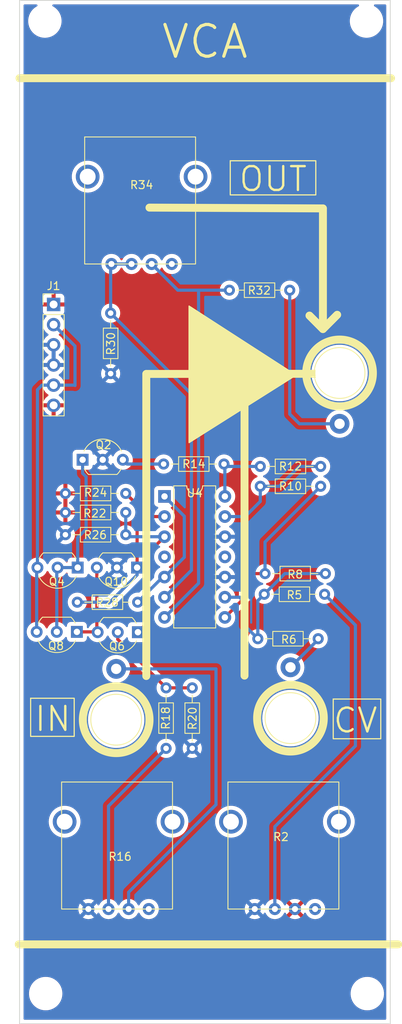
<source format=kicad_pcb>
(kicad_pcb (version 20211014) (generator pcbnew)
  (layers (0 "F.Cu" signal) (31 "B.Cu" signal) (34 "B.Paste" user) (35 "F.Paste" user) (36 "B.SilkS" user "B.Silkscreen") (37 "F.SilkS" user "F.Silkscreen") (38 "B.Mask" user) (39 "F.Mask" user) (44 "Edge.Cuts" user))
  (net 0 "")
  (net 1 "GND")
  (net 2 "Net-(Q2-Pad1)")
  (net 3 "Net-(Q2-Pad3)")
  (net 4 "-9V")
  (net 5 "Net-(Q6-Pad1)")
  (net 6 "Net-(Q6-Pad2)")
  (net 7 "Net-(Q10-Pad3)")
  (net 8 "Net-(Q10-Pad1)")
  (net 9 "+9V")
  (net 10 "Net-(R2-Pad2)")
  (net 14 "Net-(R5-Pad2)")
  (net 15 "Net-(R6-Pad1)")
  (net 16 "Net-(R10-Pad2)")
  (net 17 "Net-(R10-Pad1)")
  (net 18 "Net-(R12-Pad1)")
  (net 19 "Net-(R16-Pad2)")
  (net 20 "Net-(R16-Pad3)")
  (net 24 "Net-(R28-Pad2)")
  (net 27 "Net-(R32-Pad2)")
  (net 31 "Net-(R30-Pad2)")
  (net 32 "Net-(R32-Pad1)")
  (footprint "Connector_PinHeader_2.54mm:PinHeader_1x06_P2.54mm_Vertical" (layer "F.Cu") (at 135.1 53.9)
    (fp_text reference "J1" (at 0 -2.33) (layer "F.SilkS"))
    (fp_text value "Conn_01x06_Male")
    (fp_line (start -1.33 1.27) (end -1.33 14.03) (layer "F.SilkS") (width 0.12))
    (fp_line (start -1.33 -1.33) (end 0 -1.33) (layer "F.SilkS") (width 0.12))
    (fp_line (start -1.33 14.03) (end 1.33 14.03) (layer "F.SilkS") (width 0.12))
    (fp_line (start -1.33 1.27) (end 1.33 1.27) (layer "F.SilkS") (width 0.12))
    (fp_line (start 1.33 1.27) (end 1.33 14.03) (layer "F.SilkS") (width 0.12))
    (fp_line (start -1.33 0) (end -1.33 -1.33) (layer "F.SilkS") (width 0.12))
    (pad "1" thru_hole rect (at 0 0) (size 1.7 1.7) (drill 1) (layers *.Cu *.Mask) (net 9 "+9V"))
    (pad "2" thru_hole oval (at 0 2.54) (size 1.7 1.7) (drill 1) (layers *.Cu *.Mask) (net 4 "-9V"))
    (pad "3" thru_hole oval (at 0 5.08) (size 1.7 1.7) (drill 1) (layers *.Cu *.Mask) (net 1 "GND"))
    (pad "4" thru_hole oval (at 0 7.62) (size 1.7 1.7) (drill 1) (layers *.Cu *.Mask) (net 1 "GND"))
    (pad "5" thru_hole oval (at 0 10.16) (size 1.7 1.7) (drill 1) (layers *.Cu *.Mask) (net 4 "-9V"))
    (pad "6" thru_hole oval (at 0 12.7) (size 1.7 1.7) (drill 1) (layers *.Cu *.Mask) (net 9 "+9V"))
  )
  (footprint "" (layer "F.Cu") (at 134 18.2)
    (fp_text reference "" (at 0 0) (layer "F.SilkS") (effects (font (size 1.27 1.27))))
    (fp_text value "" (at 0 0) (layer "F.SilkS") (effects (font (size 1.27 1.27))))
    (pad "" np_thru_hole circle (at 0 0) (size 3.2 3.2) (drill 3.2) (layers *.Cu *.Mask))
  )
  (footprint "Resistor_THT:R_Axial_DIN0204_L3.6mm_D1.6mm_P7.62mm_Horizontal" (layer "F.Cu") (at 161.19 76.8)
    (fp_text reference "R10" (at 3.81 0) (layer "F.SilkS"))
    (fp_text value "1k")
    (fp_line (start 5.73 -0.92) (end 1.89 -0.92) (layer "F.SilkS") (width 0.12))
    (fp_line (start 1.89 -0.92) (end 1.89 0.92) (layer "F.SilkS") (width 0.12))
    (fp_line (start 0.94 0) (end 1.89 0) (layer "F.SilkS") (width 0.12))
    (fp_line (start 6.68 0) (end 5.73 0) (layer "F.SilkS") (width 0.12))
    (fp_line (start 1.89 0.92) (end 5.73 0.92) (layer "F.SilkS") (width 0.12))
    (fp_line (start 5.73 0.92) (end 5.73 -0.92) (layer "F.SilkS") (width 0.12))
    (pad "1" thru_hole circle (at 0 0) (size 1.4 1.4) (drill 0.7) (layers *.Cu *.Mask) (net 17 "Net-(R10-Pad1)"))
    (pad "2" thru_hole oval (at 7.62 0) (size 1.4 1.4) (drill 0.7) (layers *.Cu *.Mask) (net 16 "Net-(R10-Pad2)"))
  )
  (footprint "Library:aux_flush" (layer "F.Cu") (at 143 106.2 -90)
    (fp_text reference "U6" hide)
    (fp_text value "Aux_flush")
    (fp_circle (center 0 0) (end 3.2 0.1) (layer "F.SilkS") (width 0.12) (fill none))
    (fp_circle (center 0 0) (end 4.2 0.3) (layer "F.SilkS") (width 1) (fill none))
    (pad "" np_thru_hole circle (at 0 0 270) (size 6.1 6.1) (drill 6.1) (layers F&B.Cu *.Mask))
    (pad "1" thru_hole circle (at -6.4 0 270) (size 2.5 2.5) (drill 1.3) (layers *.Cu *.Mask) (net 20 "Net-(R16-Pad3)"))
  )
  (footprint "" (layer "F.Cu") (at 134.1 140.7)
    (fp_text reference "" (at 0 0) (layer "F.SilkS") (effects (font (size 1.27 1.27))))
    (fp_text value "" (at 0 0) (layer "F.SilkS") (effects (font (size 1.27 1.27))))
    (pad "" np_thru_hole circle (at 0 0) (size 3.2 3.2) (drill 3.2) (layers *.Cu *.Mask))
  )
  (footprint "Resistor_THT:R_Axial_DIN0204_L3.6mm_D1.6mm_P7.62mm_Horizontal" (layer "F.Cu") (at 168.5 96 180)
    (fp_text reference "R6" (at 3.71 -0.1) (layer "F.SilkS"))
    (fp_text value "100k")
    (fp_line (start 5.73 -0.92) (end 1.89 -0.92) (layer "F.SilkS") (width 0.12))
    (fp_line (start 0.94 0) (end 1.89 0) (layer "F.SilkS") (width 0.12))
    (fp_line (start 1.89 0.92) (end 5.73 0.92) (layer "F.SilkS") (width 0.12))
    (fp_line (start 6.68 0) (end 5.73 0) (layer "F.SilkS") (width 0.12))
    (fp_line (start 1.89 -0.92) (end 1.89 0.92) (layer "F.SilkS") (width 0.12))
    (fp_line (start 5.73 0.92) (end 5.73 -0.92) (layer "F.SilkS") (width 0.12))
    (pad "1" thru_hole circle (at 0 0 180) (size 1.4 1.4) (drill 0.7) (layers *.Cu *.Mask) (net 15 "Net-(R6-Pad1)"))
    (pad "2" thru_hole oval (at 7.62 0 180) (size 1.4 1.4) (drill 0.7) (layers *.Cu *.Mask) (net 14 "Net-(R5-Pad2)"))
  )
  (footprint "pretties:AlpsPot" (layer "F.Cu") (at 142.4 48.8)
    (fp_text reference "R34" (at 3.81 -9.949 unlocked) (layer "F.SilkS"))
    (fp_text value "AlpsPot")
    (fp_rect (start -3.38 -16) (end 10.62 0) (layer "F.SilkS") (width 0.12) (fill none))
    (pad "1" thru_hole circle (at 0 0) (size 1.524 1.524) (drill 0.762) (layers *.Cu *.Mask) (net 31 "Net-(R30-Pad2)"))
    (pad "2" thru_hole circle (at 2.54 0) (size 1.524 1.524) (drill 0.762) (layers *.Cu *.Mask) (net 31 "Net-(R30-Pad2)"))
    (pad "3" thru_hole circle (at 5.08 0) (size 1.524 1.524) (drill 0.762) (layers *.Cu *.Mask) (net 32 "Net-(R32-Pad1)"))
    (pad "4" thru_hole circle (at 7.62 0) (size 1.524 1.524) (drill 0.762) (layers *.Cu *.Mask))
    (pad "5" thru_hole circle (at -3 -11) (size 3 3) (drill 2) (layers *.Cu *.Mask))
    (pad "6" thru_hole circle (at 10.62 -11) (size 3 3) (drill 2) (layers *.Cu *.Mask))
  )
  (footprint "Library:aux_flush" (layer "F.Cu") (at 171.2 62.530351 90)
    (fp_text reference "U7" hide)
    (fp_text value "Aux_flush")
    (fp_circle (center 0 0) (end 4.2 0.3) (layer "F.SilkS") (width 1) (fill none))
    (fp_circle (center 0 0) (end 3.2 0.1) (layer "F.SilkS") (width 0.12) (fill none))
    (pad "" np_thru_hole circle (at 0 0 90) (size 6.1 6.1) (drill 6.1) (layers F&B.Cu *.Mask))
    (pad "1" thru_hole circle (at -6.4 0 90) (size 2.5 2.5) (drill 1.3) (layers *.Cu *.Mask) (net 27 "Net-(R32-Pad2)"))
  )
  (footprint "Resistor_THT:R_Axial_DIN0204_L3.6mm_D1.6mm_P7.62mm_Horizontal" (layer "F.Cu") (at 142.3 62.61 90)
    (fp_text reference "R30" (at 3.775 0.035 90) (layer "F.SilkS"))
    (fp_text value "100k")
    (fp_line (start 5.73 0.92) (end 5.73 -0.92) (layer "F.SilkS") (width 0.12))
    (fp_line (start 5.73 -0.92) (end 1.89 -0.92) (layer "F.SilkS") (width 0.12))
    (fp_line (start 0.94 0) (end 1.89 0) (layer "F.SilkS") (width 0.12))
    (fp_line (start 6.68 0) (end 5.73 0) (layer "F.SilkS") (width 0.12))
    (fp_line (start 1.89 0.92) (end 5.73 0.92) (layer "F.SilkS") (width 0.12))
    (fp_line (start 1.89 -0.92) (end 1.89 0.92) (layer "F.SilkS") (width 0.12))
    (pad "1" thru_hole circle (at 0 0 90) (size 1.4 1.4) (drill 0.7) (layers *.Cu *.Mask) (net 1 "GND"))
    (pad "2" thru_hole oval (at 7.62 0 90) (size 1.4 1.4) (drill 0.7) (layers *.Cu *.Mask) (net 31 "Net-(R30-Pad2)"))
  )
  (footprint "Resistor_THT:R_Axial_DIN0204_L3.6mm_D1.6mm_P7.62mm_Horizontal" (layer "F.Cu") (at 138.09 91.4)
    (fp_text reference "R28" (at 3.775 0.035) (layer "F.SilkS"))
    (fp_text value "200k")
    (fp_line (start 0.94 0) (end 1.89 0) (layer "F.SilkS") (width 0.12))
    (fp_line (start 5.73 -0.92) (end 1.89 -0.92) (layer "F.SilkS") (width 0.12))
    (fp_line (start 1.89 -0.92) (end 1.89 0.92) (layer "F.SilkS") (width 0.12))
    (fp_line (start 1.89 0.92) (end 5.73 0.92) (layer "F.SilkS") (width 0.12))
    (fp_line (start 5.73 0.92) (end 5.73 -0.92) (layer "F.SilkS") (width 0.12))
    (fp_line (start 6.68 0) (end 5.73 0) (layer "F.SilkS") (width 0.12))
    (pad "1" thru_hole circle (at 0 0) (size 1.4 1.4) (drill 0.7) (layers *.Cu *.Mask) (net 8 "Net-(Q10-Pad1)"))
    (pad "2" thru_hole oval (at 7.62 0) (size 1.4 1.4) (drill 0.7) (layers *.Cu *.Mask) (net 24 "Net-(R28-Pad2)"))
  )
  (footprint "Package_TO_SOT_THT:TO-92_Inline_Wide" (layer "F.Cu") (at 138.04 95.14 180)
    (fp_text reference "Q8" (at 2.64 -1.76) (layer "F.SilkS"))
    (fp_text value "BC547" hide)
    (fp_line (start 0.74 1.85) (end 4.34 1.85) (layer "F.SilkS") (width 0.12))
    (fp_arc (start 0.1836 -1.098807) (mid 1.143021 -2.192817) (end 2.54 -2.6) (layer "F.SilkS") (width 0.12))
    (fp_arc (start 2.54 -2.6) (mid 3.936979 -2.192818) (end 4.8964 -1.098807) (layer "F.SilkS") (width 0.12))
    (fp_arc (start 0.74 1.85) (mid 0.446097 1.509328) (end 0.215816 1.122795) (layer "F.SilkS") (width 0.12))
    (fp_arc (start 4.864184 1.122795) (mid 4.633903 1.509328) (end 4.34 1.85) (layer "F.SilkS") (width 0.12))
    (pad "1" thru_hole rect (at 0 0 180) (size 1.5 1.5) (drill 0.8) (layers *.Cu *.Mask) (net 7 "Net-(Q10-Pad3)"))
    (pad "2" thru_hole circle (at 2.54 0 180) (size 1.5 1.5) (drill 0.8) (layers *.Cu *.Mask) (net 2 "Net-(Q2-Pad1)"))
    (pad "3" thru_hole circle (at 5.08 0 180) (size 1.5 1.5) (drill 0.8) (layers *.Cu *.Mask) (net 4 "-9V"))
  )
  (footprint "pretties:AlpsPot" (layer "F.Cu") (at 160.49 130.049)
    (fp_text reference "R2" (at 3.31 -9.07935 unlocked) (layer "F.SilkS"))
    (fp_text value "AlpsPot")
    (fp_rect (start -3.38 -16) (end 10.62 0) (layer "F.SilkS") (width 0.12) (fill none))
    (pad "1" thru_hole circle (at 0 0) (size 1.524 1.524) (drill 0.762) (layers *.Cu *.Mask) (net 1 "GND"))
    (pad "2" thru_hole circle (at 2.54 0) (size 1.524 1.524) (drill 0.762) (layers *.Cu *.Mask) (net 10 "Net-(R2-Pad2)"))
    (pad "3" thru_hole circle (at 5.08 0) (size 1.524 1.524) (drill 0.762) (layers *.Cu *.Mask) (net 9 "+9V"))
    (pad "4" thru_hole circle (at 7.62 0) (size 1.524 1.524) (drill 0.762) (layers *.Cu *.Mask))
    (pad "5" thru_hole circle (at -3 -11) (size 3 3) (drill 2) (layers *.Cu *.Mask))
    (pad "6" thru_hole circle (at 10.62 -11) (size 3 3) (drill 2) (layers *.Cu *.Mask))
  )
  (footprint "Resistor_THT:R_Axial_DIN0204_L3.6mm_D1.6mm_P7.62mm_Horizontal" (layer "F.Cu") (at 157.29 52.1)
    (fp_text reference "R32" (at 3.775 0.035) (layer "F.SilkS"))
    (fp_text value "1k")
    (fp_line (start 1.89 0.92) (end 5.73 0.92) (layer "F.SilkS") (width 0.12))
    (fp_line (start 6.68 0) (end 5.73 0) (layer "F.SilkS") (width 0.12))
    (fp_line (start 5.73 -0.92) (end 1.89 -0.92) (layer "F.SilkS") (width 0.12))
    (fp_line (start 1.89 -0.92) (end 1.89 0.92) (layer "F.SilkS") (width 0.12))
    (fp_line (start 5.73 0.92) (end 5.73 -0.92) (layer "F.SilkS") (width 0.12))
    (fp_line (start 0.94 0) (end 1.89 0) (layer "F.SilkS") (width 0.12))
    (pad "1" thru_hole circle (at 0 0) (size 1.4 1.4) (drill 0.7) (layers *.Cu *.Mask) (net 32 "Net-(R32-Pad1)"))
    (pad "2" thru_hole oval (at 7.62 0) (size 1.4 1.4) (drill 0.7) (layers *.Cu *.Mask) (net 27 "Net-(R32-Pad2)"))
  )
  (footprint "Resistor_THT:R_Axial_DIN0204_L3.6mm_D1.6mm_P7.62mm_Horizontal" (layer "F.Cu") (at 152.6 109.81 90)
    (fp_text reference "R20" (at 3.775 0.035 90) (layer "F.SilkS"))
    (fp_text value "200R")
    (fp_line (start 5.73 0.92) (end 5.73 -0.92) (layer "F.SilkS") (width 0.12))
    (fp_line (start 1.89 0.92) (end 5.73 0.92) (layer "F.SilkS") (width 0.12))
    (fp_line (start 1.89 -0.92) (end 1.89 0.92) (layer "F.SilkS") (width 0.12))
    (fp_line (start 6.68 0) (end 5.73 0) (layer "F.SilkS") (width 0.12))
    (fp_line (start 5.73 -0.92) (end 1.89 -0.92) (layer "F.SilkS") (width 0.12))
    (fp_line (start 0.94 0) (end 1.89 0) (layer "F.SilkS") (width 0.12))
    (pad "1" thru_hole circle (at 0 0 90) (size 1.4 1.4) (drill 0.7) (layers *.Cu *.Mask) (net 1 "GND"))
    (pad "2" thru_hole oval (at 7.62 0 90) (size 1.4 1.4) (drill 0.7) (layers *.Cu *.Mask) (net 6 "Net-(Q6-Pad2)"))
  )
  (footprint "" (layer "F.Cu") (at 174.7 140.7)
    (fp_text reference "" (at 0 0) (layer "F.SilkS") (effects (font (size 1.27 1.27))))
    (fp_text value "" (at 0 0) (layer "F.SilkS") (effects (font (size 1.27 1.27))))
    (pad "" np_thru_hole circle (at 0 0) (size 3.2 3.2) (drill 3.2) (layers *.Cu *.Mask))
  )
  (footprint "Package_TO_SOT_THT:TO-92_Inline_Wide" (layer "F.Cu") (at 145.74 95.18 180)
    (fp_text reference "Q6" (at 2.64 -1.76) (layer "F.SilkS"))
    (fp_text value "BC547")
    (fp_line (start 0.74 1.85) (end 4.34 1.85) (layer "F.SilkS") (width 0.12))
    (fp_arc (start 0.74 1.85) (mid 0.446097 1.509328) (end 0.215816 1.122795) (layer "F.SilkS") (width 0.12))
    (fp_arc (start 4.864184 1.122795) (mid 4.633903 1.509328) (end 4.34 1.85) (layer "F.SilkS") (width 0.12))
    (fp_arc (start 2.54 -2.6) (mid 3.936979 -2.192818) (end 4.8964 -1.098807) (layer "F.SilkS") (width 0.12))
    (fp_arc (start 0.1836 -1.098807) (mid 1.143021 -2.192817) (end 2.54 -2.6) (layer "F.SilkS") (width 0.12))
    (pad "1" thru_hole rect (at 0 0 180) (size 1.5 1.5) (drill 0.8) (layers *.Cu *.Mask) (net 5 "Net-(Q6-Pad1)"))
    (pad "2" thru_hole circle (at 2.54 0 180) (size 1.5 1.5) (drill 0.8) (layers *.Cu *.Mask) (net 6 "Net-(Q6-Pad2)"))
    (pad "3" thru_hole circle (at 5.08 0 180) (size 1.5 1.5) (drill 0.8) (layers *.Cu *.Mask) (net 7 "Net-(Q10-Pad3)"))
  )
  (footprint "Package_DIP:DIP-14_W7.62mm" (layer "F.Cu") (at 149.1 78.075)
    (fp_text reference "U4" (at 3.81 -0.41) (layer "F.SilkS"))
    (fp_text value "TL074")
    (fp_line (start 6.46 16.57) (end 6.46 -1.33) (layer "F.SilkS") (width 0.12))
    (fp_line (start 6.46 -1.33) (end 4.81 -1.33) (layer "F.SilkS") (width 0.12))
    (fp_line (start 1.16 -1.33) (end 1.16 16.57) (layer "F.SilkS") (width 0.12))
    (fp_line (start 1.16 16.57) (end 6.46 16.57) (layer "F.SilkS") (width 0.12))
    (fp_line (start 2.81 -1.33) (end 1.16 -1.33) (layer "F.SilkS") (width 0.12))
    (fp_arc (start 4.81 -1.33) (mid 3.81 -0.33) (end 2.81 -1.33) (layer "F.SilkS") (width 0.12))
    (pad "1" thru_hole rect (at 0 0) (size 1.6 1.6) (drill 0.8) (layers *.Cu *.Mask) (net 24 "Net-(R28-Pad2)"))
    (pad "2" thru_hole oval (at 0 2.54) (size 1.6 1.6) (drill 0.8) (layers *.Cu *.Mask) (net 8 "Net-(Q10-Pad1)"))
    (pad "3" thru_hole oval (at 0 5.08) (size 1.6 1.6) (drill 0.8) (layers *.Cu *.Mask) (net 5 "Net-(Q6-Pad1)"))
    (pad "4" thru_hole oval (at 0 7.62) (size 1.6 1.6) (drill 0.8) (layers *.Cu *.Mask))
    (pad "5" thru_hole oval (at 0 10.16) (size 1.6 1.6) (drill 0.8) (layers *.Cu *.Mask) (net 24 "Net-(R28-Pad2)"))
    (pad "6" thru_hole oval (at 0 12.7) (size 1.6 1.6) (drill 0.8) (layers *.Cu *.Mask) (net 31 "Net-(R30-Pad2)"))
    (pad "7" thru_hole oval (at 0 15.24) (size 1.6 1.6) (drill 0.8) (layers *.Cu *.Mask) (net 32 "Net-(R32-Pad1)"))
    (pad "8" thru_hole oval (at 7.62 15.24) (size 1.6 1.6) (drill 0.8) (layers *.Cu *.Mask) (net 16 "Net-(R10-Pad2)"))
    (pad "9" thru_hole oval (at 7.62 12.7) (size 1.6 1.6) (drill 0.8) (layers *.Cu *.Mask) (net 14 "Net-(R5-Pad2)"))
    (pad "10" thru_hole oval (at 7.62 10.16) (size 1.6 1.6) (drill 0.8) (layers *.Cu *.Mask) (net 1 "GND"))
    (pad "11" thru_hole oval (at 7.62 7.62) (size 1.6 1.6) (drill 0.8) (layers *.Cu *.Mask))
    (pad "12" thru_hole oval (at 7.62 5.08) (size 1.6 1.6) (drill 0.8) (layers *.Cu *.Mask) (net 1 "GND"))
    (pad "13" thru_hole oval (at 7.62 2.54) (size 1.6 1.6) (drill 0.8) (layers *.Cu *.Mask) (net 17 "Net-(R10-Pad1)"))
    (pad "14" thru_hole oval (at 7.62 0) (size 1.6 1.6) (drill 0.8) (layers *.Cu *.Mask) (net 18 "Net-(R12-Pad1)"))
  )
  (footprint "Library:aux_flush" (layer "F.Cu") (at 165 106 -90)
    (fp_text reference "U2" hide)
    (fp_text value "Aux_flush")
    (fp_circle (center 0 0) (end 3.2 0.1) (layer "F.SilkS") (width 0.12) (fill none))
    (fp_circle (center 0 0) (end 4.2 0.3) (layer "F.SilkS") (width 1) (fill none))
    (pad "" np_thru_hole circle (at 0 0 270) (size 6.1 6.1) (drill 6.1) (layers F&B.Cu *.Mask))
    (pad "1" thru_hole circle (at -6.4 0 270) (size 2.5 2.5) (drill 1.3) (layers *.Cu *.Mask) (net 15 "Net-(R6-Pad1)"))
  )
  (footprint "Package_TO_SOT_THT:TO-92_Inline_Wide" (layer "F.Cu") (at 138.76 73.46)
    (fp_text reference "Q2" (at 2.64 -1.86) (layer "F.SilkS"))
    (fp_text value "BC557")
    (fp_line (start 0.74 1.85) (end 4.34 1.85) (layer "F.SilkS") (width 0.12))
    (fp_arc (start 2.54 -2.6) (mid 3.936979 -2.192818) (end 4.8964 -1.098807) (layer "F.SilkS") (width 0.12))
    (fp_arc (start 0.74 1.85) (mid 0.446097 1.509328) (end 0.215816 1.122795) (layer "F.SilkS") (width 0.12))
    (fp_arc (start 4.864184 1.122795) (mid 4.633903 1.509328) (end 4.34 1.85) (layer "F.SilkS") (width 0.12))
    (fp_arc (start 0.1836 -1.098807) (mid 1.143021 -2.192817) (end 2.54 -2.6) (layer "F.SilkS") (width 0.12))
    (pad "1" thru_hole rect (at 0 0) (size 1.5 1.5) (drill 0.8) (layers *.Cu *.Mask) (net 2 "Net-(Q2-Pad1)"))
    (pad "2" thru_hole circle (at 2.54 0) (size 1.5 1.5) (drill 0.8) (layers *.Cu *.Mask) (net 1 "GND"))
    (pad "3" thru_hole circle (at 5.08 0) (size 1.5 1.5) (drill 0.8) (layers *.Cu *.Mask) (net 3 "Net-(Q2-Pad3)"))
  )
  (footprint "Resistor_THT:R_Axial_DIN0204_L3.6mm_D1.6mm_P7.62mm_Horizontal" (layer "F.Cu") (at 161.19 74.3)
    (fp_text reference "R12" (at 3.81 0) (layer "F.SilkS"))
    (fp_text value "1k")
    (fp_line (start 0.94 0) (end 1.89 0) (layer "F.SilkS") (width 0.12))
    (fp_line (start 1.89 -0.92) (end 1.89 0.92) (layer "F.SilkS") (width 0.12))
    (fp_line (start 5.73 -0.92) (end 1.89 -0.92) (layer "F.SilkS") (width 0.12))
    (fp_line (start 6.68 0) (end 5.73 0) (layer "F.SilkS") (width 0.12))
    (fp_line (start 5.73 0.92) (end 5.73 -0.92) (layer "F.SilkS") (width 0.12))
    (fp_line (start 1.89 0.92) (end 5.73 0.92) (layer "F.SilkS") (width 0.12))
    (pad "1" thru_hole circle (at 0 0) (size 1.4 1.4) (drill 0.7) (layers *.Cu *.Mask) (net 18 "Net-(R12-Pad1)"))
    (pad "2" thru_hole oval (at 7.62 0) (size 1.4 1.4) (drill 0.7) (layers *.Cu *.Mask) (net 17 "Net-(R10-Pad1)"))
  )
  (footprint "Resistor_THT:R_Axial_DIN0204_L3.6mm_D1.6mm_P7.62mm_Horizontal" (layer "F.Cu") (at 169.31 90.4 180)
    (fp_text reference "R5" (at 3.81 -0.1) (layer "F.SilkS"))
    (fp_text value "100k")
    (fp_line (start 0.94 0) (end 1.89 0) (layer "F.SilkS") (width 0.12))
    (fp_line (start 6.68 0) (end 5.73 0) (layer "F.SilkS") (width 0.12))
    (fp_line (start 5.73 -0.92) (end 1.89 -0.92) (layer "F.SilkS") (width 0.12))
    (fp_line (start 5.73 0.92) (end 5.73 -0.92) (layer "F.SilkS") (width 0.12))
    (fp_line (start 1.89 0.92) (end 5.73 0.92) (layer "F.SilkS") (width 0.12))
    (fp_line (start 1.89 -0.92) (end 1.89 0.92) (layer "F.SilkS") (width 0.12))
    (pad "1" thru_hole circle (at 0 0 180) (size 1.4 1.4) (drill 0.7) (layers *.Cu *.Mask) (net 10 "Net-(R2-Pad2)"))
    (pad "2" thru_hole oval (at 7.62 0 180) (size 1.4 1.4) (drill 0.7) (layers *.Cu *.Mask) (net 14 "Net-(R5-Pad2)"))
  )
  (footprint "Package_TO_SOT_THT:TO-92_Inline_Wide" (layer "F.Cu") (at 138.14 87.04 180)
    (fp_text reference "Q4" (at 2.64 -1.76) (layer "F.SilkS"))
    (fp_text value "BC547" hide)
    (fp_line (start 0.74 1.85) (end 4.34 1.85) (layer "F.SilkS") (width 0.12))
    (fp_arc (start 0.74 1.85) (mid 0.446097 1.509328) (end 0.215816 1.122795) (layer "F.SilkS") (width 0.12))
    (fp_arc (start 0.1836 -1.098807) (mid 1.143021 -2.192817) (end 2.54 -2.6) (layer "F.SilkS") (width 0.12))
    (fp_arc (start 4.864184 1.122795) (mid 4.633903 1.509328) (end 4.34 1.85) (layer "F.SilkS") (width 0.12))
    (fp_arc (start 2.54 -2.6) (mid 3.936979 -2.192818) (end 4.8964 -1.098807) (layer "F.SilkS") (width 0.12))
    (pad "1" thru_hole rect (at 0 0 180) (size 1.5 1.5) (drill 0.8) (layers *.Cu *.Mask) (net 2 "Net-(Q2-Pad1)"))
    (pad "2" thru_hole circle (at 2.54 0 180) (size 1.5 1.5) (drill 0.8) (layers *.Cu *.Mask) (net 2 "Net-(Q2-Pad1)"))
    (pad "3" thru_hole circle (at 5.08 0 180) (size 1.5 1.5) (drill 0.8) (layers *.Cu *.Mask) (net 4 "-9V"))
  )
  (footprint "Package_TO_SOT_THT:TO-92_Inline_Wide" (layer "F.Cu") (at 145.64 87.04 180)
    (fp_text reference "Q10" (at 2.64 -1.76) (layer "F.SilkS"))
    (fp_text value "BC547")
    (fp_line (start 0.74 1.85) (end 4.34 1.85) (layer "F.SilkS") (width 0.12))
    (fp_arc (start 0.74 1.85) (mid 0.446097 1.509328) (end 0.215816 1.122795) (layer "F.SilkS") (width 0.12))
    (fp_arc (start 0.1836 -1.098807) (mid 1.143021 -2.192817) (end 2.54 -2.6) (layer "F.SilkS") (width 0.12))
    (fp_arc (start 2.54 -2.6) (mid 3.936979 -2.192818) (end 4.8964 -1.098807) (layer "F.SilkS") (width 0.12))
    (fp_arc (start 4.864184 1.122795) (mid 4.633903 1.509328) (end 4.34 1.85) (layer "F.SilkS") (width 0.12))
    (pad "1" thru_hole rect (at 0 0 180) (size 1.5 1.5) (drill 0.8) (layers *.Cu *.Mask) (net 8 "Net-(Q10-Pad1)"))
    (pad "2" thru_hole circle (at 2.54 0 180) (size 1.5 1.5) (drill 0.8) (layers *.Cu *.Mask) (net 1 "GND"))
    (pad "3" thru_hole circle (at 5.08 0 180) (size 1.5 1.5) (drill 0.8) (layers *.Cu *.Mask) (net 7 "Net-(Q10-Pad3)"))
  )
  (footprint "Resistor_THT:R_Axial_DIN0204_L3.6mm_D1.6mm_P7.62mm_Horizontal" (layer "F.Cu") (at 136.59 82.9)
    (fp_text reference "R26" (at 3.775 0.035) (layer "F.SilkS"))
    (fp_text value "200k")
    (fp_line (start 5.73 0.92) (end 5.73 -0.92) (layer "F.SilkS") (width 0.12))
    (fp_line (start 0.94 0) (end 1.89 0) (layer "F.SilkS") (width 0.12))
    (fp_line (start 6.68 0) (end 5.73 0) (layer "F.SilkS") (width 0.12))
    (fp_line (start 1.89 0.92) (end 5.73 0.92) (layer "F.SilkS") (width 0.12))
    (fp_line (start 1.89 -0.92) (end 1.89 0.92) (layer "F.SilkS") (width 0.12))
    (fp_line (start 5.73 -0.92) (end 1.89 -0.92) (layer "F.SilkS") (width 0.12))
    (pad "1" thru_hole circle (at 0 0) (size 1.4 1.4) (drill 0.7) (layers *.Cu *.Mask) (net 1 "GND"))
    (pad "2" thru_hole oval (at 7.62 0) (size 1.4 1.4) (drill 0.7) (layers *.Cu *.Mask) (net 5 "Net-(Q6-Pad1)"))
  )
  (footprint "Resistor_THT:R_Axial_DIN0204_L3.6mm_D1.6mm_P7.62mm_Horizontal" (layer "F.Cu") (at 144.21 77.7 180)
    (fp_text reference "R24" (at 3.81 0.1) (layer "F.SilkS"))
    (fp_text value "50k")
    (fp_line (start 6.68 0) (end 5.73 0) (layer "F.SilkS") (width 0.12))
    (fp_line (start 1.89 -0.92) (end 1.89 0.92) (layer "F.SilkS") (width 0.12))
    (fp_line (start 5.73 -0.92) (end 1.89 -0.92) (layer "F.SilkS") (width 0.12))
    (fp_line (start 5.73 0.92) (end 5.73 -0.92) (layer "F.SilkS") (width 0.12))
    (fp_line (start 0.94 0) (end 1.89 0) (layer "F.SilkS") (width 0.12))
    (fp_line (start 1.89 0.92) (end 5.73 0.92) (layer "F.SilkS") (width 0.12))
    (pad "1" thru_hole circle (at 0 0 180) (size 1.4 1.4) (drill 0.7) (layers *.Cu *.Mask) (net 8 "Net-(Q10-Pad1)"))
    (pad "2" thru_hole oval (at 7.62 0 180) (size 1.4 1.4) (drill 0.7) (layers *.Cu *.Mask) (net 9 "+9V"))
  )
  (footprint "Resistor_THT:R_Axial_DIN0204_L3.6mm_D1.6mm_P7.62mm_Horizontal" (layer "F.Cu") (at 169.41 87.8 180)
    (fp_text reference "R8" (at 3.81 -0.1) (layer "F.SilkS"))
    (fp_text value "100k")
    (fp_line (start 5.73 0.92) (end 5.73 -0.92) (layer "F.SilkS") (width 0.12))
    (fp_line (start 1.89 -0.92) (end 1.89 0.92) (layer "F.SilkS") (width 0.12))
    (fp_line (start 6.68 0) (end 5.73 0) (layer "F.SilkS") (width 0.12))
    (fp_line (start 0.94 0) (end 1.89 0) (layer "F.SilkS") (width 0.12))
    (fp_line (start 5.73 -0.92) (end 1.89 -0.92) (layer "F.SilkS") (width 0.12))
    (fp_line (start 1.89 0.92) (end 5.73 0.92) (layer "F.SilkS") (width 0.12))
    (pad "1" thru_hole circle (at 0 0 180) (size 1.4 1.4) (drill 0.7) (layers *.Cu *.Mask) (net 14 "Net-(R5-Pad2)"))
    (pad "2" thru_hole oval (at 7.62 0 180) (size 1.4 1.4) (drill 0.7) (layers *.Cu *.Mask) (net 16 "Net-(R10-Pad2)"))
  )
  (footprint "pretties:AlpsPot" (layer "F.Cu") (at 139.49 130.049)
    (fp_text reference "R16" (at 4 -6.598 unlocked) (layer "F.SilkS"))
    (fp_text value "AlpsPot")
    (fp_rect (start -3.38 -16) (end 10.62 0) (layer "F.SilkS") (width 0.12) (fill none))
    (pad "1" thru_hole circle (at 0 0) (size 1.524 1.524) (drill 0.762) (layers *.Cu *.Mask) (net 1 "GND"))
    (pad "2" thru_hole circle (at 2.54 0) (size 1.524 1.524) (drill 0.762) (layers *.Cu *.Mask) (net 19 "Net-(R16-Pad2)"))
    (pad "3" thru_hole circle (at 5.08 0) (size 1.524 1.524) (drill 0.762) (layers *.Cu *.Mask) (net 20 "Net-(R16-Pad3)"))
    (pad "4" thru_hole circle (at 7.62 0) (size 1.524 1.524) (drill 0.762) (layers *.Cu *.Mask))
    (pad "5" thru_hole circle (at -3 -11) (size 3 3) (drill 2) (layers *.Cu *.Mask))
    (pad "6" thru_hole circle (at 10.62 -11) (size 3 3) (drill 2) (layers *.Cu *.Mask))
  )
  (footprint "Resistor_THT:R_Axial_DIN0204_L3.6mm_D1.6mm_P7.62mm_Horizontal" (layer "F.Cu") (at 156.61 74 180)
    (fp_text reference "R14" (at 3.81 0) (layer "F.SilkS"))
    (fp_text value "100k")
    (fp_line (start 1.89 0.92) (end 5.73 0.92) (layer "F.SilkS") (width 0.12))
    (fp_line (start 6.68 0) (end 5.73 0) (layer "F.SilkS") (width 0.12))
    (fp_line (start 5.73 -0.92) (end 1.89 -0.92) (layer "F.SilkS") (width 0.12))
    (fp_line (start 5.73 0.92) (end 5.73 -0.92) (layer "F.SilkS") (width 0.12))
    (fp_line (start 1.89 -0.92) (end 1.89 0.92) (layer "F.SilkS") (width 0.12))
    (fp_line (start 0.94 0) (end 1.89 0) (layer "F.SilkS") (width 0.12))
    (pad "1" thru_hole circle (at 0 0 180) (size 1.4 1.4) (drill 0.7) (layers *.Cu *.Mask) (net 18 "Net-(R12-Pad1)"))
    (pad "2" thru_hole oval (at 7.62 0 180) (size 1.4 1.4) (drill 0.7) (layers *.Cu *.Mask) (net 3 "Net-(Q2-Pad3)"))
  )
  (footprint "Resistor_THT:R_Axial_DIN0204_L3.6mm_D1.6mm_P7.62mm_Horizontal" (layer "F.Cu") (at 144.21 80.1 180)
    (fp_text reference "R22" (at 3.91 -0.12) (layer "F.SilkS"))
    (fp_text value "50k")
    (fp_line (start 0.94 0) (end 1.89 0) (layer "F.SilkS") (width 0.12))
    (fp_line (start 5.73 0.92) (end 5.73 -0.92) (layer "F.SilkS") (width 0.12))
    (fp_line (start 1.89 0.92) (end 5.73 0.92) (layer "F.SilkS") (width 0.12))
    (fp_line (start 5.73 -0.92) (end 1.89 -0.92) (layer "F.SilkS") (width 0.12))
    (fp_line (start 1.89 -0.92) (end 1.89 0.92) (layer "F.SilkS") (width 0.12))
    (fp_line (start 6.68 0) (end 5.73 0) (layer "F.SilkS") (width 0.12))
    (pad "1" thru_hole circle (at 0 0 180) (size 1.4 1.4) (drill 0.7) (layers *.Cu *.Mask) (net 5 "Net-(Q6-Pad1)"))
    (pad "2" thru_hole oval (at 7.62 0 180) (size 1.4 1.4) (drill 0.7) (layers *.Cu *.Mask) (net 9 "+9V"))
  )
  (footprint "" (layer "F.Cu") (at 174.6 18.2)
    (fp_text reference "" (at 0 0) (layer "F.SilkS") (effects (font (size 1.27 1.27))))
    (fp_text value "" (at 0 0) (layer "F.SilkS") (effects (font (size 1.27 1.27))))
    (pad "" np_thru_hole circle (at 0 0) (size 3.2 3.2) (drill 3.2) (layers *.Cu *.Mask))
  )
  (footprint "Resistor_THT:R_Axial_DIN0204_L3.6mm_D1.6mm_P7.62mm_Horizontal" (layer "F.Cu") (at 149.3 109.81 90)
    (fp_text reference "R18" (at 3.815 -0.045 90) (layer "F.SilkS"))
    (fp_text value "100k")
    (fp_line (start 5.73 0.92) (end 5.73 -0.92) (layer "F.SilkS") (width 0.12))
    (fp_line (start 0.94 0) (end 1.89 0) (layer "F.SilkS") (width 0.12))
    (fp_line (start 5.73 -0.92) (end 1.89 -0.92) (layer "F.SilkS") (width 0.12))
    (fp_line (start 1.89 0.92) (end 5.73 0.92) (layer "F.SilkS") (width 0.12))
    (fp_line (start 6.68 0) (end 5.73 0) (layer "F.SilkS") (width 0.12))
    (fp_line (start 1.89 -0.92) (end 1.89 0.92) (layer "F.SilkS") (width 0.12))
    (pad "1" thru_hole circle (at 0 0 90) (size 1.4 1.4) (drill 0.7) (layers *.Cu *.Mask) (net 19 "Net-(R16-Pad2)"))
    (pad "2" thru_hole oval (at 7.62 0 90) (size 1.4 1.4) (drill 0.7) (layers *.Cu *.Mask) (net 6 "Net-(Q6-Pad2)"))
  )
  (gr_line (start 169.1 57) (end 170.9 55.2) (layer "F.SilkS") (width 1))
  (gr_line (start 169.1 41.8) (end 169.1 56.45) (layer "F.SilkS") (width 1))
  (gr_rect (start 170.4 103.6) (end 176.4 108.6) (layer "F.SilkS") (width 0.15) (fill none))
  (gr_line (start 130.7 134.5) (end 178.6 134.5) (layer "F.SilkS") (width 1))
  (gr_line (start 146.8 100.7) (end 146.8 62.65) (layer "F.SilkS") (width 1))
  (gr_poly (pts (xy 152.2 71.3) (xy 152.2 54.1) (xy 165.7 62.8)) (layer "F.SilkS") (width 0.15) (fill solid))
  (gr_line (start 159.2 100.65) (end 159.2 66.15) (layer "F.SilkS") (width 1))
  (gr_rect (start 132.2 103.5) (end 137.7 108.3) (layer "F.SilkS") (width 0.15) (fill none))
  (gr_line (start 169.1 57) (end 167.4 55.3) (layer "F.SilkS") (width 1))
  (gr_rect (start 157.4 35.8) (end 168.2 40.1) (layer "F.SilkS") (width 0.15) (fill none))
  (gr_line (start 130.8 25.4) (end 177.7 25.4) (layer "F.SilkS") (width 1))
  (gr_line (start 168.3 62.630351) (end 146.8 62.65) (layer "F.SilkS") (width 1))
  (gr_line (start 169.1 41.8) (end 147.2 41.7) (layer "F.SilkS") (width 1))
  (gr_rect (start 130.8 15.6) (end 177.6 144.5) (layer "Edge.Cuts") (width 0.1) (fill none))
  (gr_text "IN" (at 135 106.1) (layer "F.SilkS") (effects (font (size 3 3) (thickness 0.3))))
  (gr_text "CV" (at 173.2 106.3) (layer "F.SilkS") (effects (font (size 3 3) (thickness 0.3))))
  (gr_text "VCA" (at 154.2 20.8) (layer "F.SilkS") (effects (font (size 4 4) (thickness 0.4))))
  (gr_text "OUT" (at 162.8 38.1) (layer "F.SilkS") (effects (font (size 3 3) (thickness 0.3))))
  (segment (start 138.14 83.26) (end 138.14 87.04) (width 0.4) (layer "B.Cu") (net 2))
  (segment (start 135.6 87.04) (end 138.14 87.04) (width 0.4) (layer "B.Cu") (net 2))
  (segment (start 139.2 82.2) (end 138.14 83.26) (width 0.4) (layer "B.Cu") (net 2))
  (segment (start 138.76 73.46) (end 138.76 75.16) (width 0.4) (layer "B.Cu") (net 2))
  (segment (start 135.5 95.14) (end 135.5 87.14) (width 0.4) (layer "B.Cu") (net 2))
  (segment (start 138.76 75.16) (end 139.2 75.6) (width 0.4) (layer "B.Cu") (net 2))
  (segment (start 139.2 75.6) (end 139.2 82.2) (width 0.4) (layer "B.Cu") (net 2))
  (segment (start 135.5 87.14) (end 135.6 87.04) (width 0.4) (layer "B.Cu") (net 2))
  (segment (start 148.99 74) (end 144.38 74) (width 0.4) (layer "B.Cu") (net 3))
  (segment (start 144.38 74) (end 143.84 73.46) (width 0.4) (layer "B.Cu") (net 3))
  (segment (start 137.8 64.1) (end 137.8 59.14) (width 0.4) (layer "B.Cu") (net 4))
  (segment (start 133.06 64.64) (end 133.06 87.04) (width 0.4) (layer "B.Cu") (net 4))
  (segment (start 137.8 59.14) (end 135.1 56.44) (width 0.4) (layer "B.Cu") (net 4))
  (segment (start 135.1 64.06) (end 133.64 64.06) (width 0.4) (layer "B.Cu") (net 4))
  (segment (start 135.1 64.06) (end 137.76 64.06) (width 0.4) (layer "B.Cu") (net 4))
  (segment (start 133.64 64.06) (end 133.06 64.64) (width 0.4) (layer "B.Cu") (net 4))
  (segment (start 132.96 87.14) (end 133.06 87.04) (width 0.4) (layer "B.Cu") (net 4))
  (segment (start 132.96 95.14) (end 132.96 87.14) (width 0.4) (layer "B.Cu") (net 4))
  (segment (start 137.76 64.06) (end 137.8 64.1) (width 0.4) (layer "B.Cu") (net 4))
  (segment (start 147.1 85.155) (end 149.1 83.155) (width 0.4) (layer "F.Cu") (net 5))
  (segment (start 145.74 95.18) (end 147.1 93.82) (width 0.4) (layer "F.Cu") (net 5))
  (segment (start 147.1 93.82) (end 147.1 85.155) (width 0.4) (layer "F.Cu") (net 5))
  (segment (start 144.21 80.1) (end 144.21 82.9) (width 0.4) (layer "B.Cu") (net 5))
  (segment (start 149.1 83.155) (end 144.465 83.155) (width 0.4) (layer "B.Cu") (net 5))
  (segment (start 144.465 83.155) (end 144.21 82.9) (width 0.4) (layer "B.Cu") (net 5))
  (segment (start 143.2 96.09) (end 143.2 95.18) (width 0.4) (layer "F.Cu") (net 6))
  (segment (start 152.6 102.19) (end 149.3 102.19) (width 0.4) (layer "F.Cu") (net 6))
  (segment (start 149.3 102.19) (end 143.2 96.09) (width 0.4) (layer "F.Cu") (net 6))
  (segment (start 138.04 95.14) (end 140.62 95.14) (width 0.4) (layer "F.Cu") (net 7))
  (segment (start 140.62 95.14) (end 140.66 95.18) (width 0.4) (layer "F.Cu") (net 7))
  (segment (start 140.56 87.04) (end 140.56 95.08) (width 0.4) (layer "F.Cu") (net 7))
  (segment (start 140.56 95.08) (end 140.66 95.18) (width 0.4) (layer "F.Cu") (net 7))
  (segment (start 149.1 80.615) (end 147.115 80.615) (width 0.4) (layer "F.Cu") (net 8))
  (segment (start 146.2 79.69) (end 144.21 77.7) (width 0.4) (layer "F.Cu") (net 8))
  (segment (start 145.64 87.04) (end 145.64 82.09) (width 0.4) (layer "F.Cu") (net 8))
  (segment (start 145.64 82.09) (end 147.115 80.615) (width 0.4) (layer "F.Cu") (net 8))
  (segment (start 147.115 80.615) (end 146.2 79.7) (width 0.4) (layer "F.Cu") (net 8))
  (segment (start 146.2 79.7) (end 146.2 79.69) (width 0.4) (layer "F.Cu") (net 8))
  (segment (start 145.64 87.96) (end 142.1 91.5) (width 0.4) (layer "B.Cu") (net 8))
  (segment (start 142 91.4) (end 138.09 91.4) (width 0.4) (layer "B.Cu") (net 8))
  (segment (start 142.1 91.5) (end 142 91.4) (width 0.4) (layer "B.Cu") (net 8))
  (segment (start 145.64 87.04) (end 145.64 87.96) (width 0.4) (layer "B.Cu") (net 8))
  (segment (start 163.03 130.049) (end 163.03 119.67) (width 0.4) (layer "B.Cu") (net 10))
  (segment (start 173.2 94.29) (end 169.31 90.4) (width 0.4) (layer "B.Cu") (net 10))
  (segment (start 163.03 119.67) (end 173.2 109.5) (width 0.4) (layer "B.Cu") (net 10))
  (segment (start 173.2 109.5) (end 173.2 94.29) (width 0.4) (layer "B.Cu") (net 10))
  (segment (start 159.2 91.4) (end 158.575 90.775) (width 0.4) (layer "B.Cu") (net 14))
  (segment (start 160.88 96) (end 160.88 91.21) (width 0.4) (layer "B.Cu") (net 14))
  (segment (start 160.88 91.21) (end 161.69 90.4) (width 0.4) (layer "B.Cu") (net 14))
  (segment (start 169.41 87.8) (end 164.29 87.8) (width 0.4) (layer "B.Cu") (net 14))
  (segment (start 160.88 96) (end 159.2 94.32) (width 0.4) (layer "B.Cu") (net 14))
  (segment (start 158.575 90.775) (end 156.72 90.775) (width 0.4) (layer "B.Cu") (net 14))
  (segment (start 159.2 94.32) (end 159.2 91.4) (width 0.4) (layer "B.Cu") (net 14))
  (segment (start 164.29 87.8) (end 161.69 90.4) (width 0.4) (layer "B.Cu") (net 14))
  (segment (start 165 99.6) (end 168.5 96.1) (width 0.4) (layer "B.Cu") (net 15))
  (segment (start 168.5 96.1) (end 168.5 96) (width 0.4) (layer "B.Cu") (net 15))
  (segment (start 159.2 90.835) (end 159.2 87.8) (width 0.4) (layer "F.Cu") (net 16))
  (segment (start 159.2 87.8) (end 161.79 87.8) (width 0.4) (layer "F.Cu") (net 16))
  (segment (start 156.72 93.315) (end 159.2 90.835) (width 0.4) (layer "F.Cu") (net 16))
  (segment (start 161.79 87.8) (end 161.79 83.82) (width 0.4) (layer "B.Cu") (net 16))
  (segment (start 161.79 83.82) (end 168.81 76.8) (width 0.4) (layer "B.Cu") (net 16))
  (segment (start 159.285 80.615) (end 156.72 80.615) (width 0.4) (layer "B.Cu") (net 17))
  (segment (start 161.19 78.71) (end 159.285 80.615) (width 0.4) (layer "B.Cu") (net 17))
  (segment (start 166.1 74.3) (end 168.81 74.3) (width 0.4) (layer "B.Cu") (net 17))
  (segment (start 161.19 76.8) (end 163.6 76.8) (width 0.4) (layer "B.Cu") (net 17))
  (segment (start 163.6 76.8) (end 166.1 74.3) (width 0.4) (layer "B.Cu") (net 17))
  (segment (start 161.19 76.8) (end 161.19 78.71) (width 0.4) (layer "B.Cu") (net 17))
  (segment (start 156.91 74.3) (end 156.61 74) (width 0.4) (layer "B.Cu") (net 18))
  (segment (start 156.72 74.11) (end 156.61 74) (width 0.4) (layer "B.Cu") (net 18))
  (segment (start 156.72 78.075) (end 156.72 74.11) (width 0.4) (layer "B.Cu") (net 18))
  (segment (start 161.19 74.3) (end 156.91 74.3) (width 0.4) (layer "B.Cu") (net 18))
  (segment (start 142.03 130.049) (end 142.03 117.08) (width 0.4) (layer "B.Cu") (net 19))
  (segment (start 142.03 117.08) (end 149.3 109.81) (width 0.4) (layer "B.Cu") (net 19))
  (segment (start 155.6 116.9) (end 155.6 99.8) (width 0.4) (layer "B.Cu") (net 20))
  (segment (start 144.57 130.049) (end 144.57 127.93) (width 0.4) (layer "B.Cu") (net 20))
  (segment (start 144.57 127.93) (end 155.6 116.9) (width 0.4) (layer "B.Cu") (net 20))
  (segment (start 155.6 99.8) (end 142.1 99.8) (width 0.4) (layer "B.Cu") (net 20))
  (segment (start 151.6 85.735) (end 149.1 88.235) (width 0.4) (layer "B.Cu") (net 24))
  (segment (start 148.875 88.235) (end 149.1 88.235) (width 0.4) (layer "B.Cu") (net 24))
  (segment (start 145.71 91.4) (end 148.875 88.235) (width 0.4) (layer "B.Cu") (net 24))
  (segment (start 149.1 78.075) (end 151.6 80.575) (width 0.4) (layer "B.Cu") (net 24))
  (segment (start 151.6 80.575) (end 151.6 85.735) (width 0.4) (layer "B.Cu") (net 24))
  (segment (start 164.91 67.71) (end 164.91 52.1) (width 0.4) (layer "B.Cu") (net 27))
  (segment (start 166.130351 68.930351) (end 164.91 67.71) (width 0.4) (layer "B.Cu") (net 27))
  (segment (start 171.2 68.930351) (end 166.130351 68.930351) (width 0.4) (layer "B.Cu") (net 27))
  (segment (start 144.94 48.8) (end 142.4 48.8) (width 0.4) (layer "B.Cu") (net 31))
  (segment (start 152.5 65.19) (end 142.3 54.99) (width 0.4) (layer "B.Cu") (net 31))
  (segment (start 149.1 90.775) (end 152.5 87.375) (width 0.4) (layer "B.Cu") (net 31))
  (segment (start 142.3 48.9) (end 142.4 48.8) (width 0.4) (layer "B.Cu") (net 31))
  (segment (start 142.3 54.99) (end 142.3 48.9) (width 0.4) (layer "B.Cu") (net 31))
  (segment (start 152.5 87.375) (end 152.5 65.19) (width 0.4) (layer "B.Cu") (net 31))
  (segment (start 147.48 48.8) (end 150.78 52.1) (width 0.4) (layer "B.Cu") (net 32))
  (segment (start 153.4 89.015) (end 153.4 52.1) (width 0.4) (layer "B.Cu") (net 32))
  (segment (start 153.4 52.1) (end 157.29 52.1) (width 0.4) (layer "B.Cu") (net 32))
  (segment (start 149.1 93.315) (end 153.4 89.015) (width 0.4) (layer "B.Cu") (net 32))
  (segment (start 150.78 52.1) (end 153.4 52.1) (width 0.4) (layer "B.Cu") (net 32))
  (zone (net 9) (net_name "+9V") (layer "F.Cu") (connect_pads (clearance 0.508)) (min_thickness 0.254) (fill yes (thermal_gap 0.508) (thermal_bridge_width 0.508))
    (polygon (pts (xy 177.6 144.5) (xy 130.8 144.5) (xy 130.8 15.6) (xy 177.6 15.6)))
  )
  (zone (net 1) (net_name "GND") (layer "B.Cu") (connect_pads (clearance 0.508)) (min_thickness 0.254) (fill yes (thermal_gap 0.508) (thermal_bridge_width 0.508))
    (polygon (pts (xy 177.6 144.5) (xy 130.8 144.5) (xy 130.8 15.6) (xy 177.6 15.6)))
  )
)
</source>
